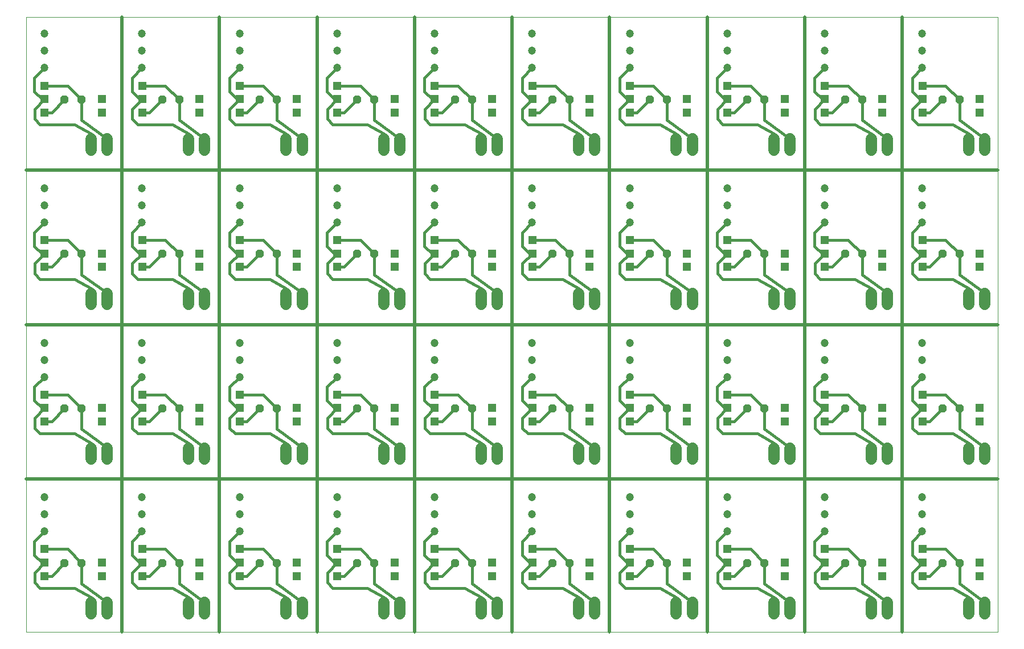
<source format=gbl>
G75*
%MOIN*%
%OFA0B0*%
%FSLAX24Y24*%
%IPPOS*%
%LPD*%
%AMOC8*
5,1,8,0,0,1.08239X$1,22.5*
%
%ADD10C,0.0000*%
%ADD11C,0.0197*%
%ADD12C,0.0472*%
%ADD13C,0.0650*%
%ADD14R,0.0472X0.0472*%
%ADD15OC8,0.0480*%
%ADD16C,0.0160*%
D10*
X000310Y000198D02*
X000310Y009155D01*
X000310Y018210D01*
X000310Y027265D01*
X000310Y036222D01*
X005920Y036222D01*
X011629Y036222D01*
X017338Y036222D01*
X023046Y036222D01*
X028755Y036222D01*
X034464Y036222D01*
X040172Y036222D01*
X045881Y036222D01*
X051590Y036222D01*
X057200Y036222D01*
X057200Y027265D01*
X057200Y018210D01*
X057200Y009155D01*
X057200Y000198D01*
X051590Y000198D01*
X045881Y000198D01*
X040172Y000198D01*
X034464Y000198D01*
X028755Y000198D01*
X023046Y000198D01*
X017338Y000198D01*
X011629Y000198D01*
X005920Y000198D01*
X000310Y000198D01*
D11*
X005920Y000198D02*
X005920Y036222D01*
X011629Y036222D02*
X011629Y000198D01*
X017338Y000198D02*
X017338Y036222D01*
X023046Y036222D02*
X023046Y000198D01*
X028755Y000198D02*
X028755Y036222D01*
X034464Y036222D02*
X034464Y000198D01*
X040172Y000198D02*
X040172Y036222D01*
X045881Y036222D02*
X045881Y000198D01*
X051590Y000198D02*
X051590Y036222D01*
X057200Y027265D02*
X000310Y027265D01*
X000310Y018210D02*
X057200Y018210D01*
X057200Y009155D02*
X000310Y009155D01*
D12*
X001386Y008088D03*
X001386Y007088D03*
X001386Y006088D03*
X007095Y006088D03*
X007095Y007088D03*
X007095Y008088D03*
X012803Y008088D03*
X012803Y007088D03*
X012803Y006088D03*
X018512Y006088D03*
X018512Y007088D03*
X018512Y008088D03*
X024221Y008088D03*
X024221Y007088D03*
X024221Y006088D03*
X029929Y006088D03*
X029929Y007088D03*
X029929Y008088D03*
X035638Y008088D03*
X035638Y007088D03*
X035638Y006088D03*
X041347Y006088D03*
X041347Y007088D03*
X041347Y008088D03*
X047055Y008088D03*
X047055Y007088D03*
X047055Y006088D03*
X052764Y006088D03*
X052764Y007088D03*
X052764Y008088D03*
X052764Y015143D03*
X052764Y016143D03*
X052764Y017143D03*
X047055Y017143D03*
X047055Y016143D03*
X047055Y015143D03*
X041347Y015143D03*
X041347Y016143D03*
X041347Y017143D03*
X035638Y017143D03*
X035638Y016143D03*
X035638Y015143D03*
X029929Y015143D03*
X029929Y016143D03*
X029929Y017143D03*
X024221Y017143D03*
X024221Y016143D03*
X024221Y015143D03*
X018512Y015143D03*
X018512Y016143D03*
X018512Y017143D03*
X012803Y017143D03*
X012803Y016143D03*
X012803Y015143D03*
X007095Y015143D03*
X007095Y016143D03*
X007095Y017143D03*
X001386Y017143D03*
X001386Y016143D03*
X001386Y015143D03*
X001386Y024199D03*
X001386Y025199D03*
X001386Y026199D03*
X007095Y026199D03*
X007095Y025199D03*
X007095Y024199D03*
X012803Y024199D03*
X012803Y025199D03*
X012803Y026199D03*
X018512Y026199D03*
X018512Y025199D03*
X018512Y024199D03*
X024221Y024199D03*
X024221Y025199D03*
X024221Y026199D03*
X029929Y026199D03*
X029929Y025199D03*
X029929Y024199D03*
X035638Y024199D03*
X035638Y025199D03*
X035638Y026199D03*
X041347Y026199D03*
X041347Y025199D03*
X041347Y024199D03*
X047055Y024199D03*
X047055Y025199D03*
X047055Y026199D03*
X052764Y026199D03*
X052764Y025199D03*
X052764Y024199D03*
X052764Y033254D03*
X052764Y034254D03*
X052764Y035254D03*
X047055Y035254D03*
X047055Y034254D03*
X047055Y033254D03*
X041347Y033254D03*
X041347Y034254D03*
X041347Y035254D03*
X035638Y035254D03*
X035638Y034254D03*
X035638Y033254D03*
X029929Y033254D03*
X029929Y034254D03*
X029929Y035254D03*
X024221Y035254D03*
X024221Y034254D03*
X024221Y033254D03*
X018512Y033254D03*
X018512Y034254D03*
X018512Y035254D03*
X012803Y035254D03*
X012803Y034254D03*
X012803Y033254D03*
X007095Y033254D03*
X007095Y034254D03*
X007095Y035254D03*
X001386Y035254D03*
X001386Y034254D03*
X001386Y033254D03*
D13*
X004110Y029082D02*
X004110Y028433D01*
X005051Y028433D02*
X005051Y029082D01*
X009819Y029082D02*
X009819Y028433D01*
X010759Y028433D02*
X010759Y029082D01*
X015527Y029082D02*
X015527Y028433D01*
X016468Y028433D02*
X016468Y029082D01*
X021236Y029082D02*
X021236Y028433D01*
X022177Y028433D02*
X022177Y029082D01*
X026945Y029082D02*
X026945Y028433D01*
X027885Y028433D02*
X027885Y029082D01*
X032653Y029082D02*
X032653Y028433D01*
X033594Y028433D02*
X033594Y029082D01*
X038362Y029082D02*
X038362Y028433D01*
X039303Y028433D02*
X039303Y029082D01*
X044071Y029082D02*
X044071Y028433D01*
X045011Y028433D02*
X045011Y029082D01*
X049779Y029082D02*
X049779Y028433D01*
X050720Y028433D02*
X050720Y029082D01*
X055488Y029082D02*
X055488Y028433D01*
X056429Y028433D02*
X056429Y029082D01*
X056429Y020027D02*
X056429Y019378D01*
X055488Y019378D02*
X055488Y020027D01*
X050720Y020027D02*
X050720Y019378D01*
X049779Y019378D02*
X049779Y020027D01*
X045011Y020027D02*
X045011Y019378D01*
X044071Y019378D02*
X044071Y020027D01*
X039303Y020027D02*
X039303Y019378D01*
X038362Y019378D02*
X038362Y020027D01*
X033594Y020027D02*
X033594Y019378D01*
X032653Y019378D02*
X032653Y020027D01*
X027885Y020027D02*
X027885Y019378D01*
X026945Y019378D02*
X026945Y020027D01*
X022177Y020027D02*
X022177Y019378D01*
X021236Y019378D02*
X021236Y020027D01*
X016468Y020027D02*
X016468Y019378D01*
X015527Y019378D02*
X015527Y020027D01*
X010759Y020027D02*
X010759Y019378D01*
X009819Y019378D02*
X009819Y020027D01*
X005051Y020027D02*
X005051Y019378D01*
X004110Y019378D02*
X004110Y020027D01*
X004110Y010972D02*
X004110Y010322D01*
X005051Y010322D02*
X005051Y010972D01*
X009819Y010972D02*
X009819Y010322D01*
X010759Y010322D02*
X010759Y010972D01*
X015527Y010972D02*
X015527Y010322D01*
X016468Y010322D02*
X016468Y010972D01*
X021236Y010972D02*
X021236Y010322D01*
X022177Y010322D02*
X022177Y010972D01*
X026945Y010972D02*
X026945Y010322D01*
X027885Y010322D02*
X027885Y010972D01*
X032653Y010972D02*
X032653Y010322D01*
X033594Y010322D02*
X033594Y010972D01*
X038362Y010972D02*
X038362Y010322D01*
X039303Y010322D02*
X039303Y010972D01*
X044071Y010972D02*
X044071Y010322D01*
X045011Y010322D02*
X045011Y010972D01*
X049779Y010972D02*
X049779Y010322D01*
X050720Y010322D02*
X050720Y010972D01*
X055488Y010972D02*
X055488Y010322D01*
X056429Y010322D02*
X056429Y010972D01*
X056429Y001917D02*
X056429Y001267D01*
X055488Y001267D02*
X055488Y001917D01*
X050720Y001917D02*
X050720Y001267D01*
X049779Y001267D02*
X049779Y001917D01*
X045011Y001917D02*
X045011Y001267D01*
X044071Y001267D02*
X044071Y001917D01*
X039303Y001917D02*
X039303Y001267D01*
X038362Y001267D02*
X038362Y001917D01*
X033594Y001917D02*
X033594Y001267D01*
X032653Y001267D02*
X032653Y001917D01*
X027885Y001917D02*
X027885Y001267D01*
X026945Y001267D02*
X026945Y001917D01*
X022177Y001917D02*
X022177Y001267D01*
X021236Y001267D02*
X021236Y001917D01*
X016468Y001917D02*
X016468Y001267D01*
X015527Y001267D02*
X015527Y001917D01*
X010759Y001917D02*
X010759Y001267D01*
X009819Y001267D02*
X009819Y001917D01*
X005051Y001917D02*
X005051Y001267D01*
X004110Y001267D02*
X004110Y001917D01*
D14*
X004743Y003470D03*
X004743Y004257D03*
X007105Y004257D03*
X007105Y003470D03*
X007105Y005045D03*
X010452Y004257D03*
X010452Y003470D03*
X012814Y003470D03*
X012814Y004257D03*
X012814Y005045D03*
X016160Y004257D03*
X016160Y003470D03*
X018523Y003470D03*
X018523Y004257D03*
X018523Y005045D03*
X021869Y004257D03*
X021869Y003470D03*
X024231Y003470D03*
X024231Y004257D03*
X024231Y005045D03*
X027578Y004257D03*
X027578Y003470D03*
X029940Y003470D03*
X029940Y004257D03*
X029940Y005045D03*
X033286Y004257D03*
X033286Y003470D03*
X035649Y003470D03*
X035649Y004257D03*
X035649Y005045D03*
X038995Y004257D03*
X038995Y003470D03*
X041357Y003470D03*
X041357Y004257D03*
X041357Y005045D03*
X044704Y004257D03*
X044704Y003470D03*
X047066Y003470D03*
X047066Y004257D03*
X047066Y005045D03*
X050412Y004257D03*
X050412Y003470D03*
X052775Y003470D03*
X052775Y004257D03*
X052775Y005045D03*
X056121Y004257D03*
X056121Y003470D03*
X056121Y012525D03*
X056121Y013313D03*
X052775Y013313D03*
X052775Y014100D03*
X052775Y012525D03*
X050412Y012525D03*
X050412Y013313D03*
X047066Y013313D03*
X047066Y014100D03*
X047066Y012525D03*
X044704Y012525D03*
X044704Y013313D03*
X041357Y013313D03*
X041357Y014100D03*
X041357Y012525D03*
X038995Y012525D03*
X038995Y013313D03*
X035649Y013313D03*
X035649Y014100D03*
X035649Y012525D03*
X033286Y012525D03*
X033286Y013313D03*
X029940Y013313D03*
X029940Y014100D03*
X029940Y012525D03*
X027578Y012525D03*
X027578Y013313D03*
X024231Y013313D03*
X024231Y014100D03*
X024231Y012525D03*
X021869Y012525D03*
X021869Y013313D03*
X018523Y013313D03*
X018523Y014100D03*
X018523Y012525D03*
X016160Y012525D03*
X016160Y013313D03*
X012814Y013313D03*
X012814Y014100D03*
X012814Y012525D03*
X010452Y012525D03*
X010452Y013313D03*
X007105Y013313D03*
X007105Y014100D03*
X007105Y012525D03*
X004743Y012525D03*
X004743Y013313D03*
X001397Y013313D03*
X001397Y014100D03*
X001397Y012525D03*
X001397Y005045D03*
X001397Y004257D03*
X001397Y003470D03*
X001397Y021580D03*
X001397Y022368D03*
X001397Y023155D03*
X004743Y022368D03*
X004743Y021580D03*
X007105Y021580D03*
X007105Y022368D03*
X007105Y023155D03*
X010452Y022368D03*
X010452Y021580D03*
X012814Y021580D03*
X012814Y022368D03*
X012814Y023155D03*
X016160Y022368D03*
X016160Y021580D03*
X018523Y021580D03*
X018523Y022368D03*
X018523Y023155D03*
X021869Y022368D03*
X021869Y021580D03*
X024231Y021580D03*
X024231Y022368D03*
X024231Y023155D03*
X027578Y022368D03*
X027578Y021580D03*
X029940Y021580D03*
X029940Y022368D03*
X029940Y023155D03*
X033286Y022368D03*
X033286Y021580D03*
X035649Y021580D03*
X035649Y022368D03*
X035649Y023155D03*
X038995Y022368D03*
X038995Y021580D03*
X041357Y021580D03*
X041357Y022368D03*
X041357Y023155D03*
X044704Y022368D03*
X044704Y021580D03*
X047066Y021580D03*
X047066Y022368D03*
X047066Y023155D03*
X050412Y022368D03*
X050412Y021580D03*
X052775Y021580D03*
X052775Y022368D03*
X052775Y023155D03*
X056121Y022368D03*
X056121Y021580D03*
X056121Y030635D03*
X056121Y031423D03*
X052775Y031423D03*
X052775Y032210D03*
X052775Y030635D03*
X050412Y030635D03*
X050412Y031423D03*
X047066Y031423D03*
X047066Y032210D03*
X047066Y030635D03*
X044704Y030635D03*
X044704Y031423D03*
X041357Y031423D03*
X041357Y032210D03*
X041357Y030635D03*
X038995Y030635D03*
X038995Y031423D03*
X035649Y031423D03*
X035649Y032210D03*
X035649Y030635D03*
X033286Y030635D03*
X033286Y031423D03*
X029940Y031423D03*
X029940Y032210D03*
X029940Y030635D03*
X027578Y030635D03*
X027578Y031423D03*
X024231Y031423D03*
X024231Y032210D03*
X024231Y030635D03*
X021869Y030635D03*
X021869Y031423D03*
X018523Y031423D03*
X018523Y032210D03*
X018523Y030635D03*
X016160Y030635D03*
X016160Y031423D03*
X012814Y031423D03*
X012814Y032210D03*
X012814Y030635D03*
X010452Y030635D03*
X010452Y031423D03*
X007105Y031423D03*
X007105Y032210D03*
X007105Y030635D03*
X004743Y030635D03*
X004743Y031423D03*
X001397Y031423D03*
X001397Y032210D03*
X001397Y030635D03*
D15*
X002566Y031399D03*
X003566Y031399D03*
X008275Y031399D03*
X009275Y031399D03*
X013983Y031399D03*
X014983Y031399D03*
X019692Y031399D03*
X020692Y031399D03*
X025401Y031399D03*
X026401Y031399D03*
X031109Y031399D03*
X032109Y031399D03*
X036818Y031399D03*
X037818Y031399D03*
X042527Y031399D03*
X043527Y031399D03*
X048235Y031399D03*
X049235Y031399D03*
X053944Y031399D03*
X054944Y031399D03*
X054944Y022344D03*
X053944Y022344D03*
X049235Y022344D03*
X048235Y022344D03*
X043527Y022344D03*
X042527Y022344D03*
X037818Y022344D03*
X036818Y022344D03*
X032109Y022344D03*
X031109Y022344D03*
X026401Y022344D03*
X025401Y022344D03*
X020692Y022344D03*
X019692Y022344D03*
X014983Y022344D03*
X013983Y022344D03*
X009275Y022344D03*
X008275Y022344D03*
X003566Y022344D03*
X002566Y022344D03*
X002566Y013289D03*
X003566Y013289D03*
X008275Y013289D03*
X009275Y013289D03*
X013983Y013289D03*
X014983Y013289D03*
X019692Y013289D03*
X020692Y013289D03*
X025401Y013289D03*
X026401Y013289D03*
X031109Y013289D03*
X032109Y013289D03*
X036818Y013289D03*
X037818Y013289D03*
X042527Y013289D03*
X043527Y013289D03*
X048235Y013289D03*
X049235Y013289D03*
X053944Y013289D03*
X054944Y013289D03*
X054944Y004234D03*
X053944Y004234D03*
X049235Y004234D03*
X048235Y004234D03*
X043527Y004234D03*
X042527Y004234D03*
X037818Y004234D03*
X036818Y004234D03*
X032109Y004234D03*
X031109Y004234D03*
X026401Y004234D03*
X025401Y004234D03*
X020692Y004234D03*
X019692Y004234D03*
X014983Y004234D03*
X013983Y004234D03*
X009275Y004234D03*
X008275Y004234D03*
X003566Y004234D03*
X002566Y004234D03*
D16*
X001802Y003470D01*
X001397Y003470D01*
X000812Y003673D02*
X000812Y003080D01*
X001127Y002765D01*
X003165Y002765D01*
X004110Y002213D01*
X004110Y001592D01*
X005051Y001592D02*
X005051Y001938D01*
X003566Y003030D01*
X003566Y004234D01*
X002755Y005045D01*
X001397Y005045D01*
X000797Y004700D02*
X001239Y004257D01*
X001397Y004257D01*
X000812Y003673D01*
X000797Y004700D02*
X000797Y005499D01*
X001386Y006088D01*
X006506Y005499D02*
X006506Y004700D01*
X006948Y004257D01*
X007105Y004257D01*
X006521Y003673D01*
X006521Y003080D01*
X006836Y002765D01*
X008873Y002765D01*
X009819Y002213D01*
X009819Y001592D01*
X010759Y001592D02*
X010759Y001938D01*
X009275Y003030D01*
X009275Y004234D01*
X008464Y005045D01*
X007105Y005045D01*
X006506Y005499D02*
X007095Y006088D01*
X008275Y004234D02*
X007511Y003470D01*
X007105Y003470D01*
X012229Y003673D02*
X012229Y003080D01*
X012544Y002765D01*
X014582Y002765D01*
X015527Y002213D01*
X015527Y001592D01*
X016468Y001592D02*
X016468Y001938D01*
X014983Y003030D01*
X014983Y004234D01*
X014172Y005045D01*
X012814Y005045D01*
X012214Y004700D02*
X012657Y004257D01*
X012814Y004257D01*
X012229Y003673D01*
X012814Y003470D02*
X013220Y003470D01*
X013983Y004234D01*
X012214Y004700D02*
X012214Y005499D01*
X012803Y006088D01*
X017923Y005499D02*
X017923Y004700D01*
X018365Y004257D01*
X018523Y004257D01*
X017938Y003673D01*
X017938Y003080D01*
X018253Y002765D01*
X020291Y002765D01*
X021236Y002213D01*
X021236Y001592D01*
X022177Y001592D02*
X022177Y001938D01*
X020692Y003030D01*
X020692Y004234D01*
X019881Y005045D01*
X018523Y005045D01*
X017923Y005499D02*
X018512Y006088D01*
X019692Y004234D02*
X018928Y003470D01*
X018523Y003470D01*
X023647Y003673D02*
X023647Y003080D01*
X023962Y002765D01*
X025999Y002765D01*
X026945Y002213D01*
X026945Y001592D01*
X027885Y001592D02*
X027885Y001938D01*
X026401Y003030D01*
X026401Y004234D01*
X025590Y005045D01*
X024231Y005045D01*
X023632Y004700D02*
X024074Y004257D01*
X024231Y004257D01*
X023647Y003673D01*
X024231Y003470D02*
X024637Y003470D01*
X025401Y004234D01*
X023632Y004700D02*
X023632Y005499D01*
X024221Y006088D01*
X029340Y005499D02*
X029340Y004700D01*
X029783Y004257D01*
X029940Y004257D01*
X029355Y003673D01*
X029355Y003080D01*
X029670Y002765D01*
X031708Y002765D01*
X032653Y002213D01*
X032653Y001592D01*
X033594Y001592D02*
X033594Y001938D01*
X032109Y003030D01*
X032109Y004234D01*
X031298Y005045D01*
X029940Y005045D01*
X029340Y005499D02*
X029929Y006088D01*
X031109Y004234D02*
X030346Y003470D01*
X029940Y003470D01*
X035064Y003673D02*
X035064Y003080D01*
X035379Y002765D01*
X037417Y002765D01*
X038362Y002213D01*
X038362Y001592D01*
X039303Y001592D02*
X039303Y001938D01*
X037818Y003030D01*
X037818Y004234D01*
X037007Y005045D01*
X035649Y005045D01*
X035049Y004700D02*
X035491Y004257D01*
X035649Y004257D01*
X035064Y003673D01*
X035649Y003470D02*
X036054Y003470D01*
X036818Y004234D01*
X035049Y004700D02*
X035049Y005499D01*
X035638Y006088D01*
X040758Y005499D02*
X040758Y004700D01*
X041200Y004257D01*
X041357Y004257D01*
X040773Y003673D01*
X040773Y003080D01*
X041088Y002765D01*
X043125Y002765D01*
X044071Y002213D01*
X044071Y001592D01*
X045011Y001592D02*
X045011Y001938D01*
X043527Y003030D01*
X043527Y004234D01*
X042716Y005045D01*
X041357Y005045D01*
X040758Y005499D02*
X041347Y006088D01*
X042527Y004234D02*
X041763Y003470D01*
X041357Y003470D01*
X046481Y003673D02*
X046481Y003080D01*
X046796Y002765D01*
X048834Y002765D01*
X049779Y002213D01*
X049779Y001592D01*
X050720Y001592D02*
X050720Y001938D01*
X049235Y003030D01*
X049235Y004234D01*
X048424Y005045D01*
X047066Y005045D01*
X046466Y004700D02*
X046909Y004257D01*
X047066Y004257D01*
X046481Y003673D01*
X047066Y003470D02*
X047471Y003470D01*
X048235Y004234D01*
X046466Y004700D02*
X046466Y005499D01*
X047055Y006088D01*
X052175Y005499D02*
X052175Y004700D01*
X052617Y004257D01*
X052775Y004257D01*
X052190Y003673D01*
X052190Y003080D01*
X052505Y002765D01*
X054543Y002765D01*
X055488Y002213D01*
X055488Y001592D01*
X056429Y001592D02*
X056429Y001938D01*
X054944Y003030D01*
X054944Y004234D01*
X054133Y005045D01*
X052775Y005045D01*
X052175Y005499D02*
X052764Y006088D01*
X053944Y004234D02*
X053180Y003470D01*
X052775Y003470D01*
X050720Y010647D02*
X050720Y010994D01*
X049235Y012085D01*
X049235Y013289D01*
X048424Y014100D01*
X047066Y014100D01*
X046466Y013755D02*
X046909Y013313D01*
X047066Y013313D01*
X046481Y012728D01*
X046481Y012135D01*
X046796Y011820D01*
X048834Y011820D01*
X049779Y011268D01*
X049779Y010647D01*
X052190Y012135D02*
X052505Y011820D01*
X054543Y011820D01*
X055488Y011268D01*
X055488Y010647D01*
X056429Y010647D02*
X056429Y010994D01*
X054944Y012085D01*
X054944Y013289D01*
X054133Y014100D01*
X052775Y014100D01*
X052175Y013755D02*
X052617Y013313D01*
X052775Y013313D01*
X052190Y012728D01*
X052190Y012135D01*
X052775Y012525D02*
X053180Y012525D01*
X053944Y013289D01*
X052175Y013755D02*
X052175Y014554D01*
X052764Y015143D01*
X048235Y013289D02*
X047471Y012525D01*
X047066Y012525D01*
X046466Y013755D02*
X046466Y014554D01*
X047055Y015143D01*
X043527Y013289D02*
X043527Y012085D01*
X045011Y010994D01*
X045011Y010647D01*
X044071Y010647D02*
X044071Y011268D01*
X043125Y011820D01*
X041088Y011820D01*
X040773Y012135D01*
X040773Y012728D01*
X041357Y013313D01*
X041200Y013313D01*
X040758Y013755D01*
X040758Y014554D01*
X041347Y015143D01*
X041357Y014100D02*
X042716Y014100D01*
X043527Y013289D01*
X042527Y013289D02*
X041763Y012525D01*
X041357Y012525D01*
X039303Y010994D02*
X037818Y012085D01*
X037818Y013289D01*
X037007Y014100D01*
X035649Y014100D01*
X035049Y013755D02*
X035491Y013313D01*
X035649Y013313D01*
X035064Y012728D01*
X035064Y012135D01*
X035379Y011820D01*
X037417Y011820D01*
X038362Y011268D01*
X038362Y010647D01*
X039303Y010647D02*
X039303Y010994D01*
X036818Y013289D02*
X036054Y012525D01*
X035649Y012525D01*
X035049Y013755D02*
X035049Y014554D01*
X035638Y015143D01*
X032109Y013289D02*
X032109Y012085D01*
X033594Y010994D01*
X033594Y010647D01*
X032653Y010647D02*
X032653Y011268D01*
X031708Y011820D01*
X029670Y011820D01*
X029355Y012135D01*
X029355Y012728D01*
X029940Y013313D01*
X029783Y013313D01*
X029340Y013755D01*
X029340Y014554D01*
X029929Y015143D01*
X029940Y014100D02*
X031298Y014100D01*
X032109Y013289D01*
X031109Y013289D02*
X030346Y012525D01*
X029940Y012525D01*
X027885Y010994D02*
X026401Y012085D01*
X026401Y013289D01*
X025590Y014100D01*
X024231Y014100D01*
X023632Y013755D02*
X024074Y013313D01*
X024231Y013313D01*
X023647Y012728D01*
X023647Y012135D01*
X023962Y011820D01*
X025999Y011820D01*
X026945Y011268D01*
X026945Y010647D01*
X027885Y010647D02*
X027885Y010994D01*
X025401Y013289D02*
X024637Y012525D01*
X024231Y012525D01*
X023632Y013755D02*
X023632Y014554D01*
X024221Y015143D01*
X020692Y013289D02*
X020692Y012085D01*
X022177Y010994D01*
X022177Y010647D01*
X021236Y010647D02*
X021236Y011268D01*
X020291Y011820D01*
X018253Y011820D01*
X017938Y012135D01*
X017938Y012728D01*
X018523Y013313D01*
X018365Y013313D01*
X017923Y013755D01*
X017923Y014554D01*
X018512Y015143D01*
X018523Y014100D02*
X019881Y014100D01*
X020692Y013289D01*
X019692Y013289D02*
X018928Y012525D01*
X018523Y012525D01*
X016468Y010994D02*
X014983Y012085D01*
X014983Y013289D01*
X014172Y014100D01*
X012814Y014100D01*
X012214Y013755D02*
X012657Y013313D01*
X012814Y013313D01*
X012229Y012728D01*
X012229Y012135D01*
X012544Y011820D01*
X014582Y011820D01*
X015527Y011268D01*
X015527Y010647D01*
X016468Y010647D02*
X016468Y010994D01*
X013983Y013289D02*
X013220Y012525D01*
X012814Y012525D01*
X012214Y013755D02*
X012214Y014554D01*
X012803Y015143D01*
X009275Y013289D02*
X009275Y012085D01*
X010759Y010994D01*
X010759Y010647D01*
X009819Y010647D02*
X009819Y011268D01*
X008873Y011820D01*
X006836Y011820D01*
X006521Y012135D01*
X006521Y012728D01*
X007105Y013313D01*
X006948Y013313D01*
X006506Y013755D01*
X006506Y014554D01*
X007095Y015143D01*
X007105Y014100D02*
X008464Y014100D01*
X009275Y013289D01*
X008275Y013289D02*
X007511Y012525D01*
X007105Y012525D01*
X005051Y010994D02*
X003566Y012085D01*
X003566Y013289D01*
X002755Y014100D01*
X001397Y014100D01*
X000797Y013755D02*
X001239Y013313D01*
X001397Y013313D01*
X000812Y012728D01*
X000812Y012135D01*
X001127Y011820D01*
X003165Y011820D01*
X004110Y011268D01*
X004110Y010647D01*
X005051Y010647D02*
X005051Y010994D01*
X002566Y013289D02*
X001802Y012525D01*
X001397Y012525D01*
X000797Y013755D02*
X000797Y014554D01*
X001386Y015143D01*
X004110Y019702D02*
X004110Y020323D01*
X003165Y020875D01*
X001127Y020875D01*
X000812Y021190D01*
X000812Y021783D01*
X001397Y022368D01*
X001239Y022368D01*
X000797Y022810D01*
X000797Y023609D01*
X001386Y024199D01*
X001397Y023155D02*
X002755Y023155D01*
X003566Y022344D01*
X003566Y021140D01*
X005051Y020049D01*
X005051Y019702D01*
X006521Y021190D02*
X006836Y020875D01*
X008873Y020875D01*
X009819Y020323D01*
X009819Y019702D01*
X010759Y019702D02*
X010759Y020049D01*
X009275Y021140D01*
X009275Y022344D01*
X008464Y023155D01*
X007105Y023155D01*
X006506Y022810D02*
X006948Y022368D01*
X007105Y022368D01*
X006521Y021783D01*
X006521Y021190D01*
X007105Y021580D02*
X007511Y021580D01*
X008275Y022344D01*
X006506Y022810D02*
X006506Y023609D01*
X007095Y024199D01*
X002566Y022344D02*
X001802Y021580D01*
X001397Y021580D01*
X004110Y028757D02*
X004110Y029379D01*
X003165Y029930D01*
X001127Y029930D01*
X000812Y030245D01*
X000812Y030838D01*
X001397Y031423D01*
X001239Y031423D01*
X000797Y031865D01*
X000797Y032665D01*
X001386Y033254D01*
X001397Y032210D02*
X002755Y032210D01*
X003566Y031399D01*
X003566Y030195D01*
X005051Y029104D01*
X005051Y028757D01*
X006521Y030245D02*
X006836Y029930D01*
X008873Y029930D01*
X009819Y029379D01*
X009819Y028757D01*
X010759Y028757D02*
X010759Y029104D01*
X009275Y030195D01*
X009275Y031399D01*
X008464Y032210D01*
X007105Y032210D01*
X006506Y031865D02*
X006948Y031423D01*
X007105Y031423D01*
X006521Y030838D01*
X006521Y030245D01*
X007105Y030635D02*
X007511Y030635D01*
X008275Y031399D01*
X006506Y031865D02*
X006506Y032665D01*
X007095Y033254D01*
X002566Y031399D02*
X001802Y030635D01*
X001397Y030635D01*
X012229Y030838D02*
X012229Y030245D01*
X012544Y029930D01*
X014582Y029930D01*
X015527Y029379D01*
X015527Y028757D01*
X016468Y028757D02*
X016468Y029104D01*
X014983Y030195D01*
X014983Y031399D01*
X014172Y032210D01*
X012814Y032210D01*
X012214Y031865D02*
X012657Y031423D01*
X012814Y031423D01*
X012229Y030838D01*
X012814Y030635D02*
X013220Y030635D01*
X013983Y031399D01*
X012214Y031865D02*
X012214Y032665D01*
X012803Y033254D01*
X017923Y032665D02*
X017923Y031865D01*
X018365Y031423D01*
X018523Y031423D01*
X017938Y030838D01*
X017938Y030245D01*
X018253Y029930D01*
X020291Y029930D01*
X021236Y029379D01*
X021236Y028757D01*
X022177Y028757D02*
X022177Y029104D01*
X020692Y030195D01*
X020692Y031399D01*
X019881Y032210D01*
X018523Y032210D01*
X017923Y032665D02*
X018512Y033254D01*
X019692Y031399D02*
X018928Y030635D01*
X018523Y030635D01*
X023647Y030838D02*
X023647Y030245D01*
X023962Y029930D01*
X025999Y029930D01*
X026945Y029379D01*
X026945Y028757D01*
X027885Y028757D02*
X027885Y029104D01*
X026401Y030195D01*
X026401Y031399D01*
X025590Y032210D01*
X024231Y032210D01*
X023632Y031865D02*
X024074Y031423D01*
X024231Y031423D01*
X023647Y030838D01*
X024231Y030635D02*
X024637Y030635D01*
X025401Y031399D01*
X023632Y031865D02*
X023632Y032665D01*
X024221Y033254D01*
X029340Y032665D02*
X029340Y031865D01*
X029783Y031423D01*
X029940Y031423D01*
X029355Y030838D01*
X029355Y030245D01*
X029670Y029930D01*
X031708Y029930D01*
X032653Y029379D01*
X032653Y028757D01*
X033594Y028757D02*
X033594Y029104D01*
X032109Y030195D01*
X032109Y031399D01*
X031298Y032210D01*
X029940Y032210D01*
X029340Y032665D02*
X029929Y033254D01*
X031109Y031399D02*
X030346Y030635D01*
X029940Y030635D01*
X035064Y030838D02*
X035064Y030245D01*
X035379Y029930D01*
X037417Y029930D01*
X038362Y029379D01*
X038362Y028757D01*
X039303Y028757D02*
X039303Y029104D01*
X037818Y030195D01*
X037818Y031399D01*
X037007Y032210D01*
X035649Y032210D01*
X035049Y031865D02*
X035491Y031423D01*
X035649Y031423D01*
X035064Y030838D01*
X035649Y030635D02*
X036054Y030635D01*
X036818Y031399D01*
X035049Y031865D02*
X035049Y032665D01*
X035638Y033254D01*
X040758Y032665D02*
X040758Y031865D01*
X041200Y031423D01*
X041357Y031423D01*
X040773Y030838D01*
X040773Y030245D01*
X041088Y029930D01*
X043125Y029930D01*
X044071Y029379D01*
X044071Y028757D01*
X045011Y028757D02*
X045011Y029104D01*
X043527Y030195D01*
X043527Y031399D01*
X042716Y032210D01*
X041357Y032210D01*
X040758Y032665D02*
X041347Y033254D01*
X042527Y031399D02*
X041763Y030635D01*
X041357Y030635D01*
X046481Y030838D02*
X046481Y030245D01*
X046796Y029930D01*
X048834Y029930D01*
X049779Y029379D01*
X049779Y028757D01*
X050720Y028757D02*
X050720Y029104D01*
X049235Y030195D01*
X049235Y031399D01*
X048424Y032210D01*
X047066Y032210D01*
X046466Y031865D02*
X046909Y031423D01*
X047066Y031423D01*
X046481Y030838D01*
X047066Y030635D02*
X047471Y030635D01*
X048235Y031399D01*
X046466Y031865D02*
X046466Y032665D01*
X047055Y033254D01*
X052175Y032665D02*
X052175Y031865D01*
X052617Y031423D01*
X052775Y031423D01*
X052190Y030838D01*
X052190Y030245D01*
X052505Y029930D01*
X054543Y029930D01*
X055488Y029379D01*
X055488Y028757D01*
X056429Y028757D02*
X056429Y029104D01*
X054944Y030195D01*
X054944Y031399D01*
X054133Y032210D01*
X052775Y032210D01*
X052175Y032665D02*
X052764Y033254D01*
X053944Y031399D02*
X053180Y030635D01*
X052775Y030635D01*
X052764Y024199D02*
X052175Y023609D01*
X052175Y022810D01*
X052617Y022368D01*
X052775Y022368D01*
X052190Y021783D01*
X052190Y021190D01*
X052505Y020875D01*
X054543Y020875D01*
X055488Y020323D01*
X055488Y019702D01*
X056429Y019702D02*
X056429Y020049D01*
X054944Y021140D01*
X054944Y022344D01*
X054133Y023155D01*
X052775Y023155D01*
X053944Y022344D02*
X053180Y021580D01*
X052775Y021580D01*
X050720Y020049D02*
X049235Y021140D01*
X049235Y022344D01*
X048424Y023155D01*
X047066Y023155D01*
X046466Y022810D02*
X046909Y022368D01*
X047066Y022368D01*
X046481Y021783D01*
X046481Y021190D01*
X046796Y020875D01*
X048834Y020875D01*
X049779Y020323D01*
X049779Y019702D01*
X050720Y019702D02*
X050720Y020049D01*
X048235Y022344D02*
X047471Y021580D01*
X047066Y021580D01*
X046466Y022810D02*
X046466Y023609D01*
X047055Y024199D01*
X043527Y022344D02*
X043527Y021140D01*
X045011Y020049D01*
X045011Y019702D01*
X044071Y019702D02*
X044071Y020323D01*
X043125Y020875D01*
X041088Y020875D01*
X040773Y021190D01*
X040773Y021783D01*
X041357Y022368D01*
X041200Y022368D01*
X040758Y022810D01*
X040758Y023609D01*
X041347Y024199D01*
X041357Y023155D02*
X042716Y023155D01*
X043527Y022344D01*
X042527Y022344D02*
X041763Y021580D01*
X041357Y021580D01*
X039303Y020049D02*
X037818Y021140D01*
X037818Y022344D01*
X037007Y023155D01*
X035649Y023155D01*
X035049Y022810D02*
X035491Y022368D01*
X035649Y022368D01*
X035064Y021783D01*
X035064Y021190D01*
X035379Y020875D01*
X037417Y020875D01*
X038362Y020323D01*
X038362Y019702D01*
X039303Y019702D02*
X039303Y020049D01*
X036818Y022344D02*
X036054Y021580D01*
X035649Y021580D01*
X035049Y022810D02*
X035049Y023609D01*
X035638Y024199D01*
X032109Y022344D02*
X032109Y021140D01*
X033594Y020049D01*
X033594Y019702D01*
X032653Y019702D02*
X032653Y020323D01*
X031708Y020875D01*
X029670Y020875D01*
X029355Y021190D01*
X029355Y021783D01*
X029940Y022368D01*
X029783Y022368D01*
X029340Y022810D01*
X029340Y023609D01*
X029929Y024199D01*
X029940Y023155D02*
X031298Y023155D01*
X032109Y022344D01*
X031109Y022344D02*
X030346Y021580D01*
X029940Y021580D01*
X027885Y020049D02*
X026401Y021140D01*
X026401Y022344D01*
X025590Y023155D01*
X024231Y023155D01*
X023632Y022810D02*
X024074Y022368D01*
X024231Y022368D01*
X023647Y021783D01*
X023647Y021190D01*
X023962Y020875D01*
X025999Y020875D01*
X026945Y020323D01*
X026945Y019702D01*
X027885Y019702D02*
X027885Y020049D01*
X025401Y022344D02*
X024637Y021580D01*
X024231Y021580D01*
X023632Y022810D02*
X023632Y023609D01*
X024221Y024199D01*
X020692Y022344D02*
X020692Y021140D01*
X022177Y020049D01*
X022177Y019702D01*
X021236Y019702D02*
X021236Y020323D01*
X020291Y020875D01*
X018253Y020875D01*
X017938Y021190D01*
X017938Y021783D01*
X018523Y022368D01*
X018365Y022368D01*
X017923Y022810D01*
X017923Y023609D01*
X018512Y024199D01*
X018523Y023155D02*
X019881Y023155D01*
X020692Y022344D01*
X019692Y022344D02*
X018928Y021580D01*
X018523Y021580D01*
X016468Y020049D02*
X014983Y021140D01*
X014983Y022344D01*
X014172Y023155D01*
X012814Y023155D01*
X012214Y022810D02*
X012657Y022368D01*
X012814Y022368D01*
X012229Y021783D01*
X012229Y021190D01*
X012544Y020875D01*
X014582Y020875D01*
X015527Y020323D01*
X015527Y019702D01*
X016468Y019702D02*
X016468Y020049D01*
X013983Y022344D02*
X013220Y021580D01*
X012814Y021580D01*
X012214Y022810D02*
X012214Y023609D01*
X012803Y024199D01*
M02*

</source>
